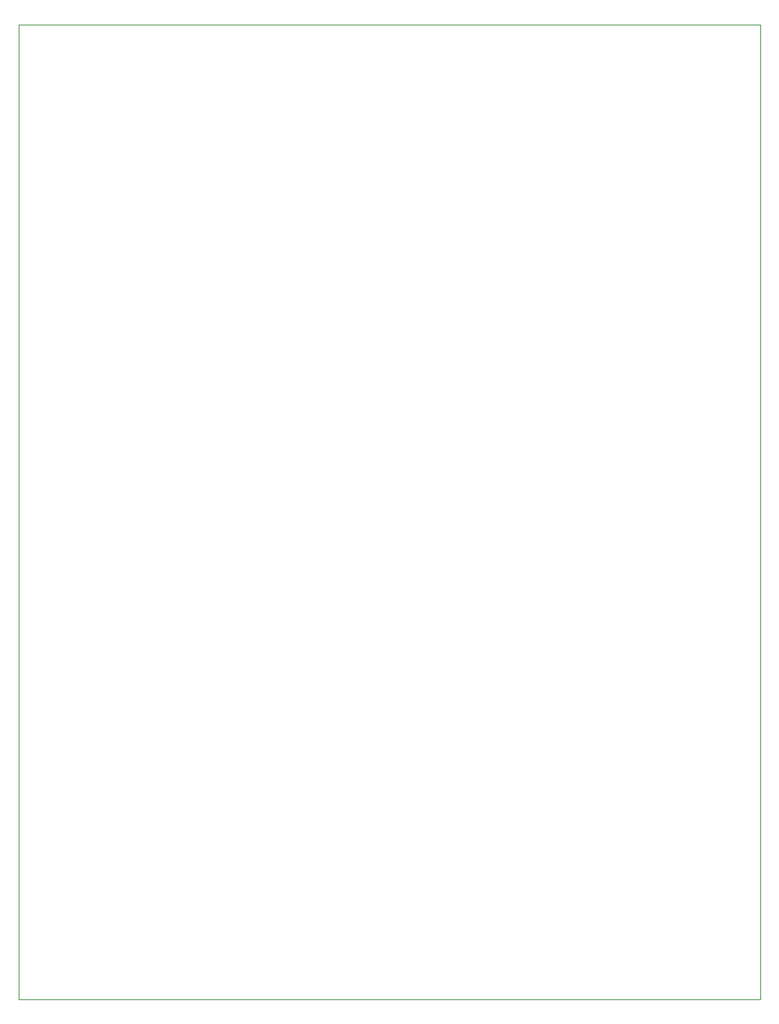
<source format=gbr>
%TF.GenerationSoftware,KiCad,Pcbnew,7.0.2*%
%TF.CreationDate,2023-07-14T13:18:19-03:00*%
%TF.ProjectId,HM_CENTRAL-02,484d5f43-454e-4545-9241-4c2d30322e6b,rev?*%
%TF.SameCoordinates,Original*%
%TF.FileFunction,Profile,NP*%
%FSLAX46Y46*%
G04 Gerber Fmt 4.6, Leading zero omitted, Abs format (unit mm)*
G04 Created by KiCad (PCBNEW 7.0.2) date 2023-07-14 13:18:19*
%MOMM*%
%LPD*%
G01*
G04 APERTURE LIST*
%TA.AperFunction,Profile*%
%ADD10C,0.100000*%
%TD*%
G04 APERTURE END LIST*
D10*
X43000000Y-36000000D02*
X127000000Y-36000000D01*
X127000000Y-146500000D01*
X43000000Y-146500000D01*
X43000000Y-36000000D01*
M02*

</source>
